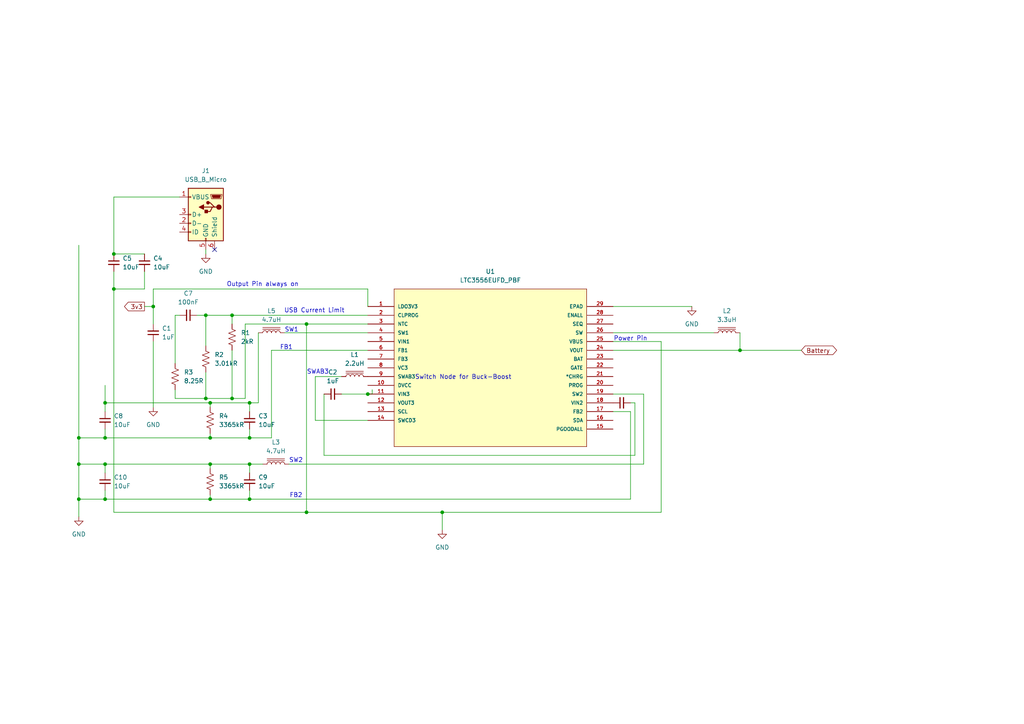
<source format=kicad_sch>
(kicad_sch (version 20231120) (generator "eeschema") (generator_version "8.0")
  (paper "A4")
  (title_block (title "LTC3556EUFD_PBF") (date "11/11/2024") (rev "A") (company "Team 9") (comment 1 "Kirk Young"))
  (lib_symbols
    (symbol "Connector:USB_B_Micro" (pin_names (offset 1.016))
      (property "Reference" "J" (at -5.08 11.43 0))
      (property "Value" "USB_B_Micro" (at -5.08 8.89 0))
      (symbol "USB_B_Micro_0_1"
        (rectangle (start -5.08 -7.62) (end 5.08 7.62) (stroke (width 0.254)) (fill (type background)))
        (circle (center -3.81 2.159) (radius 0.635) (stroke (width 0.254)) (fill (type outline)))
        (circle (center -0.635 3.429) (radius 0.381) (stroke (width 0.254)) (fill (type outline)))
        (rectangle (start -0.127 -7.62) (end 0.127 -6.858))
        (polyline (pts (xy -1.905 2.159) (xy 0.635 2.159)) (stroke (width 0.254)))
        (polyline (pts (xy -3.175 2.159) (xy -2.54 2.159) (xy -1.27 3.429) (xy -0.635 3.429)) (stroke (width 0.254)))
        (polyline (pts (xy -2.54 2.159) (xy -1.905 2.159) (xy -1.27 0.889) (xy 0 0.889)) (stroke (width 0.254)))
        (polyline (pts (xy 0.635 2.794) (xy 0.635 1.524) (xy 1.905 2.159) (xy 0.635 2.794)) (stroke (width 0.254)) (fill (type outline)))
        (polyline (pts (xy -4.318 5.588) (xy -1.778 5.588) (xy -2.032 4.826) (xy -4.064 4.826) (xy -4.318 5.588)) (fill (type outline)))
        (polyline (pts (xy -4.699 5.842) (xy -4.699 5.588) (xy -4.445 4.826) (xy -4.445 4.572) (xy -1.651 4.572) (xy -1.651 4.826) (xy -1.397 5.588) (xy -1.397 5.842) (xy -4.699 5.842)))
        (rectangle (start 0.254 1.27) (end -0.508 0.508) (stroke (width 0.254)) (fill (type outline)))
        (rectangle (start 5.08 -5.207) (end 4.318 -4.953))
        (rectangle (start 5.08 -2.667) (end 4.318 -2.413))
        (rectangle (start 5.08 -0.127) (end 4.318 0.127))
        (rectangle (start 5.08 4.953) (end 4.318 5.207))
      )
      (symbol "USB_B_Micro_1_1"
        (pin power_out line (at 7.62 5.08 180) (length 2.54) (name "VBUS") (number "1"))
        (pin bidirectional line (at 7.62 -2.54 180) (length 2.54) (name "D-") (number "2"))
        (pin bidirectional line (at 7.62 0 180) (length 2.54) (name "D+") (number "3"))
        (pin passive line (at 7.62 -5.08 180) (length 2.54) (name "ID") (number "4"))
        (pin power_out line (at 0 -10.16 90) (length 2.54) (name "GND") (number "5"))
        (pin passive line (at -2.54 -10.16 90) (length 2.54) (name "Shield") (number "6"))
      )
    )
    (symbol "Device:C_Small" (pin_numbers hide) (pin_names (offset 0.254) hide)
      (property "Reference" "C" (at 0.254 1.778 0))
      (property "Value" "C_Small" (at 0.254 -2.032 0))
      (symbol "C_Small_0_1"
        (polyline (pts (xy -1.524 -0.508) (xy 1.524 -0.508)) (stroke (width 0.3302)))
        (polyline (pts (xy -1.524 0.508) (xy 1.524 0.508)) (stroke (width 0.3048)))
      )
      (symbol "C_Small_1_1"
        (pin passive line (at 0 2.54 270) (length 2.032) (name "~") (number "1"))
        (pin passive line (at 0 -2.54 90) (length 2.032) (name "~") (number "2"))
      )
    )
    (symbol "Device:L_Iron" (pin_numbers hide) (pin_names (offset 1.016) hide)
      (property "Reference" "L" (at -1.27 0 90))
      (property "Value" "L_Iron" (at 2.794 0 90))
      (symbol "L_Iron_0_1"
        (arc (start 0 -2.54) (mid 0.6323 -1.905) (end 0 -1.27))
        (arc (start 0 -1.27) (mid 0.6323 -0.635) (end 0 0))
        (polyline (pts (xy 1.016 2.54) (xy 1.016 -2.54)))
        (polyline (pts (xy 1.524 -2.54) (xy 1.524 2.54)))
        (arc (start 0 0) (mid 0.6323 0.635) (end 0 1.27))
        (arc (start 0 1.27) (mid 0.6323 1.905) (end 0 2.54))
      )
      (symbol "L_Iron_1_1"
        (pin passive line (at 0 3.81 270) (length 1.27) (name "1") (number "1"))
        (pin passive line (at 0 -3.81 90) (length 1.27) (name "2") (number "2"))
      )
    )
    (symbol "Device:R_US" (pin_numbers hide) (pin_names (offset 0))
      (property "Reference" "R" (at 2.54 0 90))
      (property "Value" "R_US" (at -2.54 0 90))
      (symbol "R_US_0_1"
        (polyline (pts (xy 0 -2.286) (xy 0 -2.54)))
        (polyline (pts (xy 0 2.286) (xy 0 2.54)))
        (polyline (pts (xy 0 -0.762) (xy 1.016 -1.143) (xy 0 -1.524) (xy -1.016 -1.905) (xy 0 -2.286)))
        (polyline (pts (xy 0 0.762) (xy 1.016 0.381) (xy 0 0) (xy -1.016 -0.381) (xy 0 -0.762)))
        (polyline (pts (xy 0 2.286) (xy 1.016 1.905) (xy 0 1.524) (xy -1.016 1.143) (xy 0 0.762)))
      )
      (symbol "R_US_1_1"
        (pin passive line (at 0 3.81 270) (length 1.27) (name "~") (number "1"))
        (pin passive line (at 0 -3.81 90) (length 1.27) (name "~") (number "2"))
      )
    )
    (symbol "LTC3556EUFD_PBF:LTC3556EUFD_PBF" (pin_names (offset 1.016))
      (property "Reference" "U" (at 30.8356 9.1186 0))
      (property "Value" "LTC3556EUFD_PBF" (at 30.2006 6.5786 0))
      (symbol "LTC3556EUFD_PBF_0_0"
        (rectangle (start 7.62 -40.64) (end 63.5 5.08) (stroke (width 0.1524)) (fill (type background)))
        (pin output line (at 0 0 0) (length 7.62) (name "LDO3V3") (number "1"))
        (pin power_in line (at 0 -22.86 0) (length 7.62) (name "DVCC") (number "10"))
        (pin input line (at 0 -25.4 0) (length 7.62) (name "VIN3") (number "11"))
        (pin output line (at 0 -27.94 0) (length 7.62) (name "VOUT3") (number "12"))
        (pin input line (at 0 -30.48 0) (length 7.62) (name "SCL") (number "13"))
        (pin passive line (at 0 -33.02 0) (length 7.62) (name "SWCD3") (number "14"))
        (pin output line (at 71.12 -35.56 180) (length 7.62) (name "PGOODALL") (number "15"))
        (pin input line (at 71.12 -33.02 180) (length 7.62) (name "SDA") (number "16"))
        (pin input line (at 71.12 -30.48 180) (length 7.62) (name "FB2") (number "17"))
        (pin input line (at 71.12 -27.94 180) (length 7.62) (name "VIN2") (number "18"))
        (pin passive line (at 71.12 -25.4 180) (length 7.62) (name "SW2") (number "19"))
        (pin passive line (at 0 -2.54 0) (length 7.62) (name "CLPROG") (number "2"))
        (pin passive line (at 71.12 -22.86 180) (length 7.62) (name "PROG") (number "20"))
        (pin output line (at 71.12 -20.32 180) (length 7.62) (name "*CHRG") (number "21"))
        (pin output line (at 71.12 -17.78 180) (length 7.62) (name "GATE") (number "22"))
        (pin passive line (at 71.12 -15.24 180) (length 7.62) (name "BAT") (number "23"))
        (pin output line (at 71.12 -12.7 180) (length 7.62) (name "VOUT") (number "24"))
        (pin input line (at 71.12 -10.16 180) (length 7.62) (name "VBUS") (number "25"))
        (pin passive line (at 71.12 -7.62 180) (length 7.62) (name "SW") (number "26"))
        (pin input line (at 71.12 -5.08 180) (length 7.62) (name "SEQ") (number "27"))
        (pin input line (at 71.12 -2.54 180) (length 7.62) (name "ENALL") (number "28"))
        (pin passive line (at 71.12 0 180) (length 7.62) (name "EPAD") (number "29"))
        (pin input line (at 0 -5.08 0) (length 7.62) (name "NTC") (number "3"))
        (pin passive line (at 0 -7.62 0) (length 7.62) (name "SW1") (number "4"))
        (pin input line (at 0 -10.16 0) (length 7.62) (name "VIN1") (number "5"))
        (pin input line (at 0 -12.7 0) (length 7.62) (name "FB1") (number "6"))
        (pin input line (at 0 -15.24 0) (length 7.62) (name "FB3") (number "7"))
        (pin output line (at 0 -17.78 0) (length 7.62) (name "VC3") (number "8"))
        (pin passive line (at 0 -20.32 0) (length 7.62) (name "SWAB3") (number "9"))
      )
    )
    (symbol "power:GND" (power) (pin_numbers hide) (pin_names (offset 0) hide)
      (property "Value" "GND" (at 0 -3.81 0))
      (symbol "GND_0_1"
        (polyline (pts (xy 0 0) (xy 0 -1.27) (xy 1.27 -1.27) (xy 0 -2.54) (xy -1.27 -1.27) (xy 0 -1.27)))
      )
      (symbol "GND_1_1"
        (pin power_in line (at 0 0 270) (length 0) (name "~") (number "1"))
      )
    )
  )
  (junction (at 30.48 127))
  (junction (at 44.45 88.9))
  (junction (at 106.68 114.3))
  (junction (at 72.39 144.78))
  (junction (at 30.48 144.78))
  (junction (at 60.96 116.84))
  (junction (at 72.39 127))
  (junction (at 67.31 115.57))
  (junction (at 72.39 134.62))
  (junction (at 60.96 144.78))
  (junction (at 33.02 73.66))
  (junction (at 22.86 144.78))
  (junction (at 30.48 116.84))
  (junction (at 60.96 134.62))
  (junction (at 59.69 91.44))
  (junction (at 72.39 116.84))
  (junction (at 214.63 101.6))
  (junction (at 59.69 115.57))
  (junction (at 22.86 134.62))
  (junction (at 60.96 127))
  (junction (at 67.31 91.44))
  (junction (at 88.9 148.59))
  (junction (at 33.02 83.82))
  (junction (at 22.86 127))
  (junction (at 30.48 134.62))
  (junction (at 128.27 148.59))
  (junction (at 88.9 93.98))
  (no_connect (at 62.23 72.39))
  (wire (pts (xy 50.8 91.44) (xy 50.8 105.41)))
  (wire (pts (xy 33.02 57.15) (xy 52.07 57.15)))
  (wire (pts (xy 72.39 142.24) (xy 72.39 144.78)))
  (wire (pts (xy 41.91 88.9) (xy 44.45 88.9)))
  (wire (pts (xy 177.8 119.38) (xy 182.88 119.38)))
  (wire (pts (xy 191.77 148.59) (xy 128.27 148.59)))
  (wire (pts (xy 30.48 116.84) (xy 30.48 119.38)))
  (wire (pts (xy 60.96 127) (xy 72.39 127)))
  (wire (pts (xy 60.96 116.84) (xy 72.39 116.84)))
  (wire (pts (xy 107.95 113.03) (xy 107.95 114.3)))
  (wire (pts (xy 30.48 142.24) (xy 30.48 144.78)))
  (wire (pts (xy 182.88 144.78) (xy 72.39 144.78)))
  (wire (pts (xy 72.39 124.46) (xy 72.39 127)))
  (wire (pts (xy 214.63 96.52) (xy 214.63 101.6)))
  (wire (pts (xy 177.8 96.52) (xy 207.01 96.52)))
  (wire (pts (xy 88.9 148.59) (xy 33.02 148.59)))
  (wire (pts (xy 44.45 83.82) (xy 44.45 88.9)))
  (wire (pts (xy 82.55 96.52) (xy 106.68 96.52)))
  (wire (pts (xy 177.8 101.6) (xy 214.63 101.6)))
  (wire (pts (xy 76.2 134.62) (xy 72.39 134.62)))
  (wire (pts (xy 30.48 144.78) (xy 60.96 144.78)))
  (wire (pts (xy 67.31 91.44) (xy 67.31 93.98)))
  (wire (pts (xy 30.48 111.76) (xy 30.48 116.84)))
  (wire (pts (xy 88.9 93.98) (xy 106.68 93.98)))
  (wire (pts (xy 72.39 134.62) (xy 60.96 134.62)))
  (wire (pts (xy 128.27 148.59) (xy 88.9 148.59)))
  (wire (pts (xy 44.45 88.9) (xy 44.45 93.98)))
  (wire (pts (xy 50.8 91.44) (xy 52.07 91.44)))
  (wire (pts (xy 22.86 144.78) (xy 30.48 144.78)))
  (wire (pts (xy 59.69 91.44) (xy 67.31 91.44)))
  (wire (pts (xy 33.02 57.15) (xy 33.02 73.66)))
  (wire (pts (xy 91.44 109.22) (xy 91.44 121.92)))
  (wire (pts (xy 106.68 101.6) (xy 78.74 101.6)))
  (wire (pts (xy 22.86 71.12) (xy 22.86 127)))
  (wire (pts (xy 60.96 125.73) (xy 60.96 127)))
  (wire (pts (xy 30.48 124.46) (xy 30.48 127)))
  (wire (pts (xy 72.39 116.84) (xy 74.93 116.84)))
  (wire (pts (xy 60.96 143.51) (xy 60.96 144.78)))
  (wire (pts (xy 182.88 119.38) (xy 182.88 144.78)))
  (wire (pts (xy 33.02 83.82) (xy 41.91 83.82)))
  (wire (pts (xy 186.69 134.62) (xy 83.82 134.62)))
  (wire (pts (xy 177.8 99.06) (xy 191.77 99.06)))
  (wire (pts (xy 59.69 115.57) (xy 67.31 115.57)))
  (wire (pts (xy 22.86 134.62) (xy 22.86 144.78)))
  (wire (pts (xy 59.69 91.44) (xy 59.69 100.33)))
  (wire (pts (xy 93.98 114.3) (xy 93.98 132.08)))
  (wire (pts (xy 22.86 127) (xy 22.86 134.62)))
  (wire (pts (xy 44.45 83.82) (xy 106.68 83.82)))
  (wire (pts (xy 72.39 134.62) (xy 72.39 137.16)))
  (wire (pts (xy 184.15 132.08) (xy 184.15 116.84)))
  (wire (pts (xy 67.31 115.57) (xy 71.12 115.57)))
  (wire (pts (xy 78.74 101.6) (xy 78.74 127)))
  (wire (pts (xy 71.12 93.98) (xy 88.9 93.98)))
  (wire (pts (xy 60.96 134.62) (xy 60.96 135.89)))
  (wire (pts (xy 30.48 127) (xy 60.96 127)))
  (wire (pts (xy 72.39 127) (xy 78.74 127)))
  (wire (pts (xy 191.77 99.06) (xy 191.77 148.59)))
  (wire (pts (xy 60.96 134.62) (xy 30.48 134.62)))
  (wire (pts (xy 44.45 99.06) (xy 44.45 118.11)))
  (wire (pts (xy 128.27 148.59) (xy 128.27 153.67)))
  (wire (pts (xy 93.98 132.08) (xy 184.15 132.08)))
  (wire (pts (xy 107.95 114.3) (xy 106.68 114.3)))
  (wire (pts (xy 59.69 107.95) (xy 59.69 115.57)))
  (wire (pts (xy 99.06 114.3) (xy 106.68 114.3)))
  (wire (pts (xy 59.69 72.39) (xy 59.69 73.66)))
  (wire (pts (xy 50.8 115.57) (xy 59.69 115.57)))
  (wire (pts (xy 106.68 83.82) (xy 106.68 88.9)))
  (wire (pts (xy 177.8 114.3) (xy 186.69 114.3)))
  (wire (pts (xy 72.39 144.78) (xy 60.96 144.78)))
  (wire (pts (xy 67.31 101.6) (xy 67.31 115.57)))
  (wire (pts (xy 177.8 88.9) (xy 200.66 88.9)))
  (wire (pts (xy 22.86 127) (xy 30.48 127)))
  (wire (pts (xy 33.02 83.82) (xy 33.02 148.59)))
  (wire (pts (xy 30.48 116.84) (xy 60.96 116.84)))
  (wire (pts (xy 184.15 116.84) (xy 182.88 116.84)))
  (wire (pts (xy 71.12 115.57) (xy 71.12 93.98)))
  (wire (pts (xy 60.96 116.84) (xy 60.96 118.11)))
  (wire (pts (xy 50.8 113.03) (xy 50.8 115.57)))
  (wire (pts (xy 33.02 78.74) (xy 33.02 83.82)))
  (wire (pts (xy 99.06 109.22) (xy 91.44 109.22)))
  (wire (pts (xy 72.39 116.84) (xy 72.39 119.38)))
  (wire (pts (xy 91.44 121.92) (xy 106.68 121.92)))
  (wire (pts (xy 88.9 93.98) (xy 88.9 148.59)))
  (wire (pts (xy 41.91 78.74) (xy 41.91 83.82)))
  (wire (pts (xy 214.63 101.6) (xy 232.41 101.6)))
  (wire (pts (xy 67.31 91.44) (xy 106.68 91.44)))
  (wire (pts (xy 22.86 144.78) (xy 22.86 149.86)))
  (wire (pts (xy 33.02 73.66) (xy 41.91 73.66)))
  (wire (pts (xy 22.86 134.62) (xy 30.48 134.62)))
  (wire (pts (xy 57.15 91.44) (xy 59.69 91.44)))
  (wire (pts (xy 74.93 96.52) (xy 74.93 116.84)))
  (wire (pts (xy 186.69 114.3) (xy 186.69 134.62)))
  (wire (pts (xy 30.48 134.62) (xy 30.48 137.16)))
  (text "SW2" (at 85.852 133.604 0) (effects (font (size 1.27 1.27))))
  (text "SW1" (at 84.582 95.758 0) (effects (font (size 1.27 1.27))))
  (text "FB1" (at 83.058 100.838 0) (effects (font (size 1.27 1.27))))
  (text "Power Pin" (at 182.88 98.298 0) (effects (font (size 1.27 1.27))))
  (text "SWAB3" (at 92.202 107.95 0) (effects (font (size 1.27 1.27))))
  (text "FB2" (at 85.852 143.764 0) (effects (font (size 1.27 1.27))))
  (text "Output Pin always on" (at 76.2 82.55 0) (effects (font (size 1.27 1.27))))
  (text "USB Current Limit" (at 91.186 90.17 0) (effects (font (size 1.27 1.27))))
  (text "Switch Node for Buck-Boost" (at 134.366 109.474 0) (effects (font (size 1.27 1.27))))
  (global_label "Battery" (shape bidirectional) (at 232.41 101.6 0) (property "Intersheetrefs" "${INTERSHEET_REFS}" (effects (hide yes))))
  (global_label "3v3" (shape output) (at 41.91 88.9 180) (property "Intersheetrefs" "${INTERSHEET_REFS}" (effects (hide yes))))
  (symbol (lib_id "Device:C_Small") (at 72.39 121.92 0) (unit 1)
    (property "Reference" "C3" (at 74.93 120.6562 0) (effects (justify left)))
    (property "Value" "10uF" (at 74.93 123.1962 0) (effects (justify left)))
    (property "Description" "Unpolarized capacitor, small symbol" (effects (hide yes)))
  )
  (symbol (lib_id "power:GND") (at 59.69 73.66 0) (mirror y) (unit 1)
    (property "Reference" "#PWR04" (effects (hide yes)))
    (property "Value" "GND" (at 59.69 78.74 0))
    (property "Description" "Power symbol creates a global label with name \"GND\" , ground" (effects (hide yes)))
  )
  (symbol (lib_id "Device:C_Small") (at 180.34 116.84 90) (unit 1)
    (property "Reference" "C6" (effects (hide yes)))
    (property "Value" "1uF" (effects (hide yes)))
    (property "Description" "Unpolarized capacitor, small symbol" (effects (hide yes)))
  )
  (symbol (lib_id "Device:L_Iron") (at 78.74 96.52 90) (unit 1)
    (property "Reference" "L5" (at 78.74 90.17 90))
    (property "Value" "4.7uH" (at 78.74 92.71 90))
    (property "Description" "Inductor with iron core" (effects (hide yes)))
  )
  (symbol (lib_id "Device:R_US") (at 50.8 109.22 0) (unit 1)
    (property "Reference" "R3" (at 53.34 107.9499 0) (effects (justify left)))
    (property "Value" "8.25R" (at 53.34 110.4899 0) (effects (justify left)))
    (property "Description" "Resistor, US symbol" (effects (hide yes)))
  )
  (symbol (lib_id "Device:R_US") (at 67.31 97.79 0) (unit 1)
    (property "Reference" "R1" (at 69.85 96.5199 0) (effects (justify left)))
    (property "Value" "2kR" (at 69.85 99.0599 0) (effects (justify left)))
    (property "Description" "Resistor, US symbol" (effects (hide yes)))
  )
  (symbol (lib_id "power:GND") (at 22.86 149.86 0) (unit 1)
    (property "Reference" "#PWR05" (effects (hide yes)))
    (property "Value" "GND" (at 22.86 154.94 0))
    (property "Description" "Power symbol creates a global label with name \"GND\" , ground" (effects (hide yes)))
  )
  (symbol (lib_id "Device:C_Small") (at 96.52 114.3 90) (unit 1)
    (property "Reference" "C2" (at 96.5263 107.95 90))
    (property "Value" "1uF" (at 96.5263 110.49 90))
    (property "Description" "Unpolarized capacitor, small symbol" (effects (hide yes)))
  )
  (symbol (lib_id "Device:R_US") (at 59.69 104.14 0) (unit 1)
    (property "Reference" "R2" (at 62.23 102.8699 0) (effects (justify left)))
    (property "Value" "3.01kR" (at 62.23 105.4099 0) (effects (justify left)))
    (property "Description" "Resistor, US symbol" (effects (hide yes)))
  )
  (symbol (lib_id "Device:R_US") (at 60.96 121.92 0) (unit 1)
    (property "Reference" "R4" (at 63.5 120.6499 0) (effects (justify left)))
    (property "Value" "3365kR" (at 63.5 123.1899 0) (effects (justify left)))
    (property "Description" "Resistor, US symbol" (effects (hide yes)))
  )
  (symbol (lib_id "Device:L_Iron") (at 102.87 109.22 90) (unit 1)
    (property "Reference" "L1" (at 102.87 102.87 90))
    (property "Value" "2.2uH" (at 102.87 105.41 90))
    (property "Description" "Inductor with iron core" (effects (hide yes)))
  )
  (symbol (lib_id "Device:C_Small") (at 33.02 76.2 0) (unit 1)
    (property "Reference" "C5" (at 35.56 74.9362 0) (effects (justify left)))
    (property "Value" "10uF" (at 35.56 77.4762 0) (effects (justify left)))
    (property "Description" "Unpolarized capacitor, small symbol" (effects (hide yes)))
  )
  (symbol (lib_id "LTC3556EUFD_PBF:LTC3556EUFD_PBF") (at 106.68 88.9 0) (unit 1)
    (property "Reference" "U1" (at 142.24 78.74 0))
    (property "Value" "LTC3556EUFD_PBF" (at 142.24 81.28 0))
    (property "Footprint" "LTC3556EUFD_PBF:QFN-28_UFD" (effects (hide yes)))
    (property "DigiKey_Part_Number" "505-LTC3556EUFD#PBF-ND" (effects (hide yes)))
    (property "SnapEDA_Link" "https://www.snapeda.com/parts/LTC3556EUFD%23PBF/Analog+Devices/view-part/?ref=snap" (effects (hide yes)))
    (property "VENDOR" "Linear Technology" (effects (hide yes)))
    (property "Description_1" "\n                        \n                            High Efﬁciency USB Power Manager with Dual Buck and Buck-Boost DC/DCs\n                        \n" (effects (hide yes)))
    (property "Package" "QFN -28 Analog Devices" (effects (hide yes)))
    (property "Check_prices" "https://www.snapeda.com/parts/LTC3556EUFD%23PBF/Analog+Devices/view-part/?ref=eda" (effects (hide yes)))
    (property "MF" "Analog Devices" (effects (hide yes)))
    (property "MP" "LTC3556EUFD#PBF" (effects (hide yes)))
    (property "MANUFACTURER_PART_NUMBER" "ltc3556eufd#pbf" (effects (hide yes)))
  )
  (symbol (lib_id "Device:C_Small") (at 44.45 96.52 180) (unit 1)
    (property "Reference" "C1" (at 46.99 95.2435 0) (effects (justify right)))
    (property "Value" "1uF" (at 46.99 97.7835 0) (effects (justify right)))
    (property "Description" "Unpolarized capacitor, small symbol" (effects (hide yes)))
  )
  (symbol (lib_id "Device:C_Small") (at 30.48 139.7 0) (unit 1)
    (property "Reference" "C10" (at 33.02 138.4362 0) (effects (justify left)))
    (property "Value" "10uF" (at 33.02 140.9762 0) (effects (justify left)))
    (property "Description" "Unpolarized capacitor, small symbol" (effects (hide yes)))
  )
  (symbol (lib_id "Device:R_US") (at 60.96 139.7 0) (unit 1)
    (property "Reference" "R5" (at 63.5 138.4299 0) (effects (justify left)))
    (property "Value" "3365kR" (at 63.5 140.9699 0) (effects (justify left)))
    (property "Description" "Resistor, US symbol" (effects (hide yes)))
  )
  (symbol (lib_id "Device:L_Iron") (at 210.82 96.52 90) (unit 1)
    (property "Reference" "L2" (at 210.82 90.17 90))
    (property "Value" "3.3uH" (at 210.82 92.71 90))
    (property "Description" "Inductor with iron core" (effects (hide yes)))
  )
  (symbol (lib_id "Device:L_Iron") (at 80.01 134.62 90) (unit 1)
    (property "Reference" "L3" (at 80.01 128.27 90))
    (property "Value" "4.7uH" (at 80.01 130.81 90))
    (property "Description" "Inductor with iron core" (effects (hide yes)))
  )
  (symbol (lib_id "Device:C_Small") (at 72.39 139.7 0) (unit 1)
    (property "Reference" "C9" (at 74.93 138.4362 0) (effects (justify left)))
    (property "Value" "10uF" (at 74.93 140.9762 0) (effects (justify left)))
    (property "Description" "Unpolarized capacitor, small symbol" (effects (hide yes)))
  )
  (symbol (lib_id "Connector:USB_B_Micro") (at 59.69 62.23 0) (mirror y) (unit 1)
    (property "Reference" "J1" (at 59.69 49.53 0))
    (property "Value" "USB_B_Micro" (at 59.69 52.07 0))
    (property "Description" "USB Micro Type B connector" (effects (hide yes)))
  )
  (symbol (lib_id "power:GND") (at 44.45 118.11 0) (unit 1)
    (property "Reference" "#PWR02" (effects (hide yes)))
    (property "Value" "GND" (at 44.45 123.19 0))
    (property "Description" "Power symbol creates a global label with name \"GND\" , ground" (effects (hide yes)))
  )
  (symbol (lib_id "power:GND") (at 128.27 153.67 0) (unit 1)
    (property "Reference" "#PWR03" (effects (hide yes)))
    (property "Value" "GND" (at 128.27 158.75 0))
    (property "Description" "Power symbol creates a global label with name \"GND\" , ground" (effects (hide yes)))
  )
  (symbol (lib_id "Device:C_Small") (at 54.61 91.44 270) (unit 1)
    (property "Reference" "C7" (at 54.6036 85.09 90))
    (property "Value" "100nF" (at 54.6036 87.63 90))
    (property "Description" "Unpolarized capacitor, small symbol" (effects (hide yes)))
  )
  (symbol (lib_id "Device:C_Small") (at 41.91 76.2 0) (unit 1)
    (property "Reference" "C4" (at 44.45 74.9362 0) (effects (justify left)))
    (property "Value" "10uF" (at 44.45 77.4762 0) (effects (justify left)))
    (property "Description" "Unpolarized capacitor, small symbol" (effects (hide yes)))
  )
  (symbol (lib_id "Device:C_Small") (at 30.48 121.92 0) (unit 1)
    (property "Reference" "C8" (at 33.02 120.6562 0) (effects (justify left)))
    (property "Value" "10uF" (at 33.02 123.1962 0) (effects (justify left)))
    (property "Description" "Unpolarized capacitor, small symbol" (effects (hide yes)))
  )
  (symbol (lib_id "power:GND") (at 200.66 88.9 0) (unit 1)
    (property "Reference" "#PWR01" (effects (hide yes)))
    (property "Value" "GND" (at 200.66 93.98 0))
    (property "Description" "Power symbol creates a global label with name \"GND\" , ground" (effects (hide yes)))
  )
)
</source>
